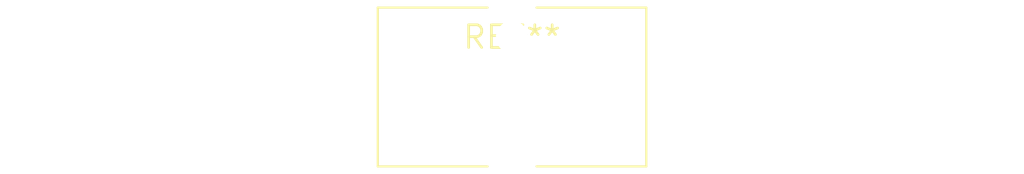
<source format=kicad_pcb>
(kicad_pcb (version 20240108) (generator pcbnew)
  (layers (0 "F.Cu" signal) (31 "B.Cu" signal) (34 "B.Paste" user) (35 "F.Paste" user) (36 "B.SilkS" user "B.Silkscreen") (37 "F.SilkS" user "F.Silkscreen") (38 "B.Mask" user) (39 "F.Mask" user) (44 "Edge.Cuts" user))
  (net 0 "")
  (footprint "L_Toroid_Vertical_L14.7mm_W8.6mm_P5.58mm_Pulse_KM-1" (layer "F.Cu") (at 0 0)
    (property "Reference" "REF**")
    (property "Value" "L_Toroid_Vertical_L14.7mm_W8.6mm_P5.58mm_Pulse_KM-1")
    (fp_line (start -7.485 -1.65) (end -7.485 7.23) (layer "F.SilkS") (stroke (width 0.12)))
    (fp_line (start -7.485 -1.65) (end -1.365 -1.65) (layer "F.SilkS") (stroke (width 0.12)))
    (fp_line (start -7.485 7.23) (end -1.365 7.23) (layer "F.SilkS") (stroke (width 0.12)))
    (fp_line (start 1.365 -1.65) (end 7.485 -1.65) (layer "F.SilkS") (stroke (width 0.12)))
    (fp_line (start 1.365 7.23) (end 7.485 7.23) (layer "F.SilkS") (stroke (width 0.12)))
    (fp_line (start 7.485 -1.65) (end 7.485 7.23) (layer "F.SilkS") (stroke (width 0.12)))
    (pad "1" thru_hole circle (at 0 0) (size 3.6 3.6) (drill 1.8) (layers *.Cu *.Mask) (remove_unused_layers))
    (pad "2" thru_hole circle (at 0 5.58) (size 3.6 3.6) (drill 1.8) (layers *.Cu *.Mask) (remove_unused_layers))
  )
)
</source>
